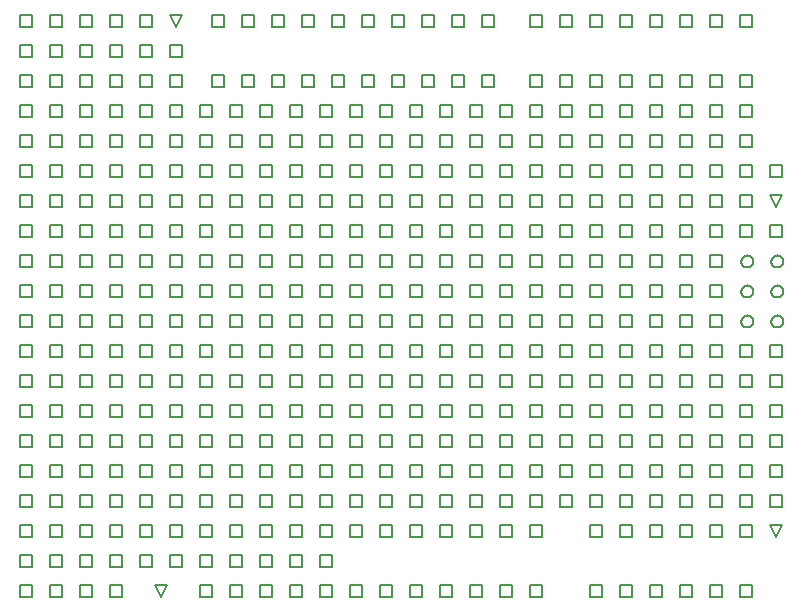
<source format=gbr>
%FSTAX23Y23*%
%MOIN*%
%SFA1B1*%

%IPPOS*%
%ADD18C,0.005000*%
%ADD29C,0.006670*%
%LN451PCB-COM_Arduino_ProtoShield_Board_v1_drawing*%
%LPD*%
G54D18*
X0108Y0018D02*
Y0022D01*
X0112*
Y0018*
X0108*
X0162Y0178D02*
Y0182D01*
X0166*
Y0178*
X0162*
X0152D02*
Y0182D01*
X0156*
Y0178*
X0152*
X0142D02*
Y0182D01*
X0146*
Y0178*
X0142*
X0132D02*
Y0182D01*
X0136*
Y0178*
X0132*
X0122D02*
Y0182D01*
X0126*
Y0178*
X0122*
X0112D02*
Y0182D01*
X0116*
Y0178*
X0112*
X0102D02*
Y0182D01*
X0106*
Y0178*
X0102*
X0092D02*
Y0182D01*
X0096*
Y0178*
X0092*
X0082D02*
Y0182D01*
X0086*
Y0178*
X0082*
X0072D02*
Y0182D01*
X0076*
Y0178*
X0072*
X0162Y0198D02*
Y0202D01*
X0166*
Y0198*
X0162*
X0152D02*
Y0202D01*
X0156*
Y0198*
X0152*
X0142D02*
Y0202D01*
X0146*
Y0198*
X0142*
X0132D02*
Y0202D01*
X0136*
Y0198*
X0132*
X0122D02*
Y0202D01*
X0126*
Y0198*
X0122*
X0112D02*
Y0202D01*
X0116*
Y0198*
X0112*
X0102D02*
Y0202D01*
X0106*
Y0198*
X0102*
X0092D02*
Y0202D01*
X0096*
Y0198*
X0092*
X0082D02*
Y0202D01*
X0086*
Y0198*
X0082*
X0072D02*
Y0202D01*
X0076*
Y0198*
X0072*
X0008Y0008D02*
Y0012D01*
X0012*
Y0008*
X0008*
X0018D02*
Y0012D01*
X0022*
Y0008*
X0018*
X0028D02*
Y0012D01*
X0032*
Y0008*
X0028*
X0038D02*
Y0012D01*
X0042*
Y0008*
X0038*
X0068D02*
Y0012D01*
X0072*
Y0008*
X0068*
X0078D02*
Y0012D01*
X0082*
Y0008*
X0078*
X0088D02*
Y0012D01*
X0092*
Y0008*
X0088*
X0098D02*
Y0012D01*
X0102*
Y0008*
X0098*
X0008Y0198D02*
Y0202D01*
X0012*
Y0198*
X0008*
X0018D02*
Y0202D01*
X0022*
Y0198*
X0018*
X0028D02*
Y0202D01*
X0032*
Y0198*
X0028*
X0038D02*
Y0202D01*
X0042*
Y0198*
X0038*
X0048D02*
Y0202D01*
X0052*
Y0198*
X0048*
X0008Y0188D02*
Y0192D01*
X0012*
Y0188*
X0008*
X0018D02*
Y0192D01*
X0022*
Y0188*
X0018*
X0028D02*
Y0192D01*
X0032*
Y0188*
X0028*
X0038D02*
Y0192D01*
X0042*
Y0188*
X0038*
X0048D02*
Y0192D01*
X0052*
Y0188*
X0048*
X0058D02*
Y0192D01*
X0062*
Y0188*
X0058*
X0008Y0178D02*
Y0182D01*
X0012*
Y0178*
X0008*
X0018D02*
Y0182D01*
X0022*
Y0178*
X0018*
X0028D02*
Y0182D01*
X0032*
Y0178*
X0028*
X0038D02*
Y0182D01*
X0042*
Y0178*
X0038*
X0048D02*
Y0182D01*
X0052*
Y0178*
X0048*
X0058D02*
Y0182D01*
X0062*
Y0178*
X0058*
X0008Y0018D02*
Y0022D01*
X0012*
Y0018*
X0008*
X0018D02*
Y0022D01*
X0022*
Y0018*
X0018*
X0028D02*
Y0022D01*
X0032*
Y0018*
X0028*
X0038D02*
Y0022D01*
X0042*
Y0018*
X0038*
X0048D02*
Y0022D01*
X0052*
Y0018*
X0048*
X0058D02*
Y0022D01*
X0062*
Y0018*
X0058*
X0068D02*
Y0022D01*
X0072*
Y0018*
X0068*
X0078D02*
Y0022D01*
X0082*
Y0018*
X0078*
X0088D02*
Y0022D01*
X0092*
Y0018*
X0088*
X0098D02*
Y0022D01*
X0102*
Y0018*
X0098*
X0008Y0028D02*
Y0032D01*
X0012*
Y0028*
X0008*
X0018D02*
Y0032D01*
X0022*
Y0028*
X0018*
X0028D02*
Y0032D01*
X0032*
Y0028*
X0028*
X0038D02*
Y0032D01*
X0042*
Y0028*
X0038*
X0048D02*
Y0032D01*
X0052*
Y0028*
X0048*
X0058D02*
Y0032D01*
X0062*
Y0028*
X0058*
X0068D02*
Y0032D01*
X0072*
Y0028*
X0068*
X0078D02*
Y0032D01*
X0082*
Y0028*
X0078*
X0088D02*
Y0032D01*
X0092*
Y0028*
X0088*
X0098D02*
Y0032D01*
X0102*
Y0028*
X0098*
X0058Y0168D02*
Y0172D01*
X0062*
Y0168*
X0058*
X0068D02*
Y0172D01*
X0072*
Y0168*
X0068*
X0078D02*
Y0172D01*
X0082*
Y0168*
X0078*
X0088D02*
Y0172D01*
X0092*
Y0168*
X0088*
X0098D02*
Y0172D01*
X0102*
Y0168*
X0098*
X0108D02*
Y0172D01*
X0112*
Y0168*
X0108*
X0118D02*
Y0172D01*
X0122*
Y0168*
X0118*
X0128D02*
Y0172D01*
X0132*
Y0168*
X0128*
X0138D02*
Y0172D01*
X0142*
Y0168*
X0138*
X0148D02*
Y0172D01*
X0152*
Y0168*
X0148*
X0158D02*
Y0172D01*
X0162*
Y0168*
X0158*
X0168D02*
Y0172D01*
X0172*
Y0168*
X0168*
X0178D02*
Y0172D01*
X0182*
Y0168*
X0178*
X0188D02*
Y0172D01*
X0192*
Y0168*
X0188*
X0198D02*
Y0172D01*
X0202*
Y0168*
X0198*
X0208D02*
Y0172D01*
X0212*
Y0168*
X0208*
X0218D02*
Y0172D01*
X0222*
Y0168*
X0218*
X0228D02*
Y0172D01*
X0232*
Y0168*
X0228*
X0238D02*
Y0172D01*
X0242*
Y0168*
X0238*
X0248D02*
Y0172D01*
X0252*
Y0168*
X0248*
X0008D02*
Y0172D01*
X0012*
Y0168*
X0008*
X0018D02*
Y0172D01*
X0022*
Y0168*
X0018*
X0028D02*
Y0172D01*
X0032*
Y0168*
X0028*
X0038D02*
Y0172D01*
X0042*
Y0168*
X0038*
X0048D02*
Y0172D01*
X0052*
Y0168*
X0048*
X0228Y0178D02*
Y0182D01*
X0232*
Y0178*
X0228*
X0238D02*
Y0182D01*
X0242*
Y0178*
X0238*
X0178D02*
Y0182D01*
X0182*
Y0178*
X0178*
X0248D02*
Y0182D01*
X0252*
Y0178*
X0248*
X0208D02*
Y0182D01*
X0212*
Y0178*
X0208*
X0198D02*
Y0182D01*
X0202*
Y0178*
X0198*
X0188D02*
Y0182D01*
X0192*
Y0178*
X0188*
X0218D02*
Y0182D01*
X0222*
Y0178*
X0218*
X0228Y0198D02*
Y0202D01*
X0232*
Y0198*
X0228*
X0238D02*
Y0202D01*
X0242*
Y0198*
X0238*
X0178D02*
Y0202D01*
X0182*
Y0198*
X0178*
X0248D02*
Y0202D01*
X0252*
Y0198*
X0248*
X0208D02*
Y0202D01*
X0212*
Y0198*
X0208*
X0198D02*
Y0202D01*
X0202*
Y0198*
X0198*
X0188D02*
Y0202D01*
X0192*
Y0198*
X0188*
X0218D02*
Y0202D01*
X0222*
Y0198*
X0218*
X0148Y0028D02*
Y0032D01*
X0152*
Y0028*
X0148*
X0118D02*
Y0032D01*
X0122*
Y0028*
X0118*
X0128D02*
Y0032D01*
X0132*
Y0028*
X0128*
X0138D02*
Y0032D01*
X0142*
Y0028*
X0138*
X0178D02*
Y0032D01*
X0182*
Y0028*
X0178*
X0108D02*
Y0032D01*
X0112*
Y0028*
X0108*
X0168D02*
Y0032D01*
X0172*
Y0028*
X0168*
X0158D02*
Y0032D01*
X0162*
Y0028*
X0158*
X0148Y0008D02*
Y0012D01*
X0152*
Y0008*
X0148*
X0118D02*
Y0012D01*
X0122*
Y0008*
X0118*
X0128D02*
Y0012D01*
X0132*
Y0008*
X0128*
X0138D02*
Y0012D01*
X0142*
Y0008*
X0138*
X0178D02*
Y0012D01*
X0182*
Y0008*
X0178*
X0108D02*
Y0012D01*
X0112*
Y0008*
X0108*
X0168D02*
Y0012D01*
X0172*
Y0008*
X0168*
X0158D02*
Y0012D01*
X0162*
Y0008*
X0158*
X0008Y0158D02*
Y0162D01*
X0012*
Y0158*
X0008*
X0018D02*
Y0162D01*
X0022*
Y0158*
X0018*
X0028D02*
Y0162D01*
X0032*
Y0158*
X0028*
X0038D02*
Y0162D01*
X0042*
Y0158*
X0038*
X0048D02*
Y0162D01*
X0052*
Y0158*
X0048*
X0158D02*
Y0162D01*
X0162*
Y0158*
X0158*
X0168D02*
Y0162D01*
X0172*
Y0158*
X0168*
X0178D02*
Y0162D01*
X0182*
Y0158*
X0178*
X0188D02*
Y0162D01*
X0192*
Y0158*
X0188*
X0198D02*
Y0162D01*
X0202*
Y0158*
X0198*
X0208D02*
Y0162D01*
X0212*
Y0158*
X0208*
X0218D02*
Y0162D01*
X0222*
Y0158*
X0218*
X0228D02*
Y0162D01*
X0232*
Y0158*
X0228*
X0238D02*
Y0162D01*
X0242*
Y0158*
X0238*
X0248D02*
Y0162D01*
X0252*
Y0158*
X0248*
X0058D02*
Y0162D01*
X0062*
Y0158*
X0058*
X0068D02*
Y0162D01*
X0072*
Y0158*
X0068*
X0078D02*
Y0162D01*
X0082*
Y0158*
X0078*
X0088D02*
Y0162D01*
X0092*
Y0158*
X0088*
X0098D02*
Y0162D01*
X0102*
Y0158*
X0098*
X0108D02*
Y0162D01*
X0112*
Y0158*
X0108*
X0118D02*
Y0162D01*
X0122*
Y0158*
X0118*
X0128D02*
Y0162D01*
X0132*
Y0158*
X0128*
X0138D02*
Y0162D01*
X0142*
Y0158*
X0138*
X0148D02*
Y0162D01*
X0152*
Y0158*
X0148*
X0008Y0148D02*
Y0152D01*
X0012*
Y0148*
X0008*
X0018D02*
Y0152D01*
X0022*
Y0148*
X0018*
X0028D02*
Y0152D01*
X0032*
Y0148*
X0028*
X0038D02*
Y0152D01*
X0042*
Y0148*
X0038*
X0048D02*
Y0152D01*
X0052*
Y0148*
X0048*
X0058D02*
Y0152D01*
X0062*
Y0148*
X0058*
X0168D02*
Y0152D01*
X0172*
Y0148*
X0168*
X0178D02*
Y0152D01*
X0182*
Y0148*
X0178*
X0188D02*
Y0152D01*
X0192*
Y0148*
X0188*
X0198D02*
Y0152D01*
X0202*
Y0148*
X0198*
X0208D02*
Y0152D01*
X0212*
Y0148*
X0208*
X0218D02*
Y0152D01*
X0222*
Y0148*
X0218*
X0228D02*
Y0152D01*
X0232*
Y0148*
X0228*
X0238D02*
Y0152D01*
X0242*
Y0148*
X0238*
X0248D02*
Y0152D01*
X0252*
Y0148*
X0248*
X0258D02*
Y0152D01*
X0262*
Y0148*
X0258*
X0068D02*
Y0152D01*
X0072*
Y0148*
X0068*
X0078D02*
Y0152D01*
X0082*
Y0148*
X0078*
X0088D02*
Y0152D01*
X0092*
Y0148*
X0088*
X0098D02*
Y0152D01*
X0102*
Y0148*
X0098*
X0108D02*
Y0152D01*
X0112*
Y0148*
X0108*
X0118D02*
Y0152D01*
X0122*
Y0148*
X0118*
X0128D02*
Y0152D01*
X0132*
Y0148*
X0128*
X0138D02*
Y0152D01*
X0142*
Y0148*
X0138*
X0148D02*
Y0152D01*
X0152*
Y0148*
X0148*
X0158D02*
Y0152D01*
X0162*
Y0148*
X0158*
X0008Y0138D02*
Y0142D01*
X0012*
Y0138*
X0008*
X0018D02*
Y0142D01*
X0022*
Y0138*
X0018*
X0028D02*
Y0142D01*
X0032*
Y0138*
X0028*
X0038D02*
Y0142D01*
X0042*
Y0138*
X0038*
X0048D02*
Y0142D01*
X0052*
Y0138*
X0048*
X0158D02*
Y0142D01*
X0162*
Y0138*
X0158*
X0168D02*
Y0142D01*
X0172*
Y0138*
X0168*
X0178D02*
Y0142D01*
X0182*
Y0138*
X0178*
X0188D02*
Y0142D01*
X0192*
Y0138*
X0188*
X0198D02*
Y0142D01*
X0202*
Y0138*
X0198*
X0208D02*
Y0142D01*
X0212*
Y0138*
X0208*
X0218D02*
Y0142D01*
X0222*
Y0138*
X0218*
X0228D02*
Y0142D01*
X0232*
Y0138*
X0228*
X0238D02*
Y0142D01*
X0242*
Y0138*
X0238*
X0248D02*
Y0142D01*
X0252*
Y0138*
X0248*
X0058D02*
Y0142D01*
X0062*
Y0138*
X0058*
X0068D02*
Y0142D01*
X0072*
Y0138*
X0068*
X0078D02*
Y0142D01*
X0082*
Y0138*
X0078*
X0088D02*
Y0142D01*
X0092*
Y0138*
X0088*
X0098D02*
Y0142D01*
X0102*
Y0138*
X0098*
X0108D02*
Y0142D01*
X0112*
Y0138*
X0108*
X0118D02*
Y0142D01*
X0122*
Y0138*
X0118*
X0128D02*
Y0142D01*
X0132*
Y0138*
X0128*
X0138D02*
Y0142D01*
X0142*
Y0138*
X0138*
X0148D02*
Y0142D01*
X0152*
Y0138*
X0148*
X0008Y0128D02*
Y0132D01*
X0012*
Y0128*
X0008*
X0018D02*
Y0132D01*
X0022*
Y0128*
X0018*
X0028D02*
Y0132D01*
X0032*
Y0128*
X0028*
X0038D02*
Y0132D01*
X0042*
Y0128*
X0038*
X0048D02*
Y0132D01*
X0052*
Y0128*
X0048*
X0058D02*
Y0132D01*
X0062*
Y0128*
X0058*
X0168D02*
Y0132D01*
X0172*
Y0128*
X0168*
X0178D02*
Y0132D01*
X0182*
Y0128*
X0178*
X0188D02*
Y0132D01*
X0192*
Y0128*
X0188*
X0198D02*
Y0132D01*
X0202*
Y0128*
X0198*
X0208D02*
Y0132D01*
X0212*
Y0128*
X0208*
X0218D02*
Y0132D01*
X0222*
Y0128*
X0218*
X0228D02*
Y0132D01*
X0232*
Y0128*
X0228*
X0238D02*
Y0132D01*
X0242*
Y0128*
X0238*
X0248D02*
Y0132D01*
X0252*
Y0128*
X0248*
X0258D02*
Y0132D01*
X0262*
Y0128*
X0258*
X0068D02*
Y0132D01*
X0072*
Y0128*
X0068*
X0078D02*
Y0132D01*
X0082*
Y0128*
X0078*
X0088D02*
Y0132D01*
X0092*
Y0128*
X0088*
X0098D02*
Y0132D01*
X0102*
Y0128*
X0098*
X0108D02*
Y0132D01*
X0112*
Y0128*
X0108*
X0118D02*
Y0132D01*
X0122*
Y0128*
X0118*
X0128D02*
Y0132D01*
X0132*
Y0128*
X0128*
X0138D02*
Y0132D01*
X0142*
Y0128*
X0138*
X0148D02*
Y0132D01*
X0152*
Y0128*
X0148*
X0158D02*
Y0132D01*
X0162*
Y0128*
X0158*
X0008Y0118D02*
Y0122D01*
X0012*
Y0118*
X0008*
X0018D02*
Y0122D01*
X0022*
Y0118*
X0018*
X0028D02*
Y0122D01*
X0032*
Y0118*
X0028*
X0038D02*
Y0122D01*
X0042*
Y0118*
X0038*
X0148D02*
Y0122D01*
X0152*
Y0118*
X0148*
X0158D02*
Y0122D01*
X0162*
Y0118*
X0158*
X0168D02*
Y0122D01*
X0172*
Y0118*
X0168*
X0178D02*
Y0122D01*
X0182*
Y0118*
X0178*
X0188D02*
Y0122D01*
X0192*
Y0118*
X0188*
X0198D02*
Y0122D01*
X0202*
Y0118*
X0198*
X0208D02*
Y0122D01*
X0212*
Y0118*
X0208*
X0218D02*
Y0122D01*
X0222*
Y0118*
X0218*
X0228D02*
Y0122D01*
X0232*
Y0118*
X0228*
X0238D02*
Y0122D01*
X0242*
Y0118*
X0238*
X0048D02*
Y0122D01*
X0052*
Y0118*
X0048*
X0058D02*
Y0122D01*
X0062*
Y0118*
X0058*
X0068D02*
Y0122D01*
X0072*
Y0118*
X0068*
X0078D02*
Y0122D01*
X0082*
Y0118*
X0078*
X0088D02*
Y0122D01*
X0092*
Y0118*
X0088*
X0098D02*
Y0122D01*
X0102*
Y0118*
X0098*
X0108D02*
Y0122D01*
X0112*
Y0118*
X0108*
X0118D02*
Y0122D01*
X0122*
Y0118*
X0118*
X0128D02*
Y0122D01*
X0132*
Y0118*
X0128*
X0138D02*
Y0122D01*
X0142*
Y0118*
X0138*
X0008Y0108D02*
Y0112D01*
X0012*
Y0108*
X0008*
X0018D02*
Y0112D01*
X0022*
Y0108*
X0018*
X0028D02*
Y0112D01*
X0032*
Y0108*
X0028*
X0038D02*
Y0112D01*
X0042*
Y0108*
X0038*
X0148D02*
Y0112D01*
X0152*
Y0108*
X0148*
X0158D02*
Y0112D01*
X0162*
Y0108*
X0158*
X0168D02*
Y0112D01*
X0172*
Y0108*
X0168*
X0178D02*
Y0112D01*
X0182*
Y0108*
X0178*
X0188D02*
Y0112D01*
X0192*
Y0108*
X0188*
X0198D02*
Y0112D01*
X0202*
Y0108*
X0198*
X0208D02*
Y0112D01*
X0212*
Y0108*
X0208*
X0218D02*
Y0112D01*
X0222*
Y0108*
X0218*
X0228D02*
Y0112D01*
X0232*
Y0108*
X0228*
X0238D02*
Y0112D01*
X0242*
Y0108*
X0238*
X0048D02*
Y0112D01*
X0052*
Y0108*
X0048*
X0058D02*
Y0112D01*
X0062*
Y0108*
X0058*
X0068D02*
Y0112D01*
X0072*
Y0108*
X0068*
X0078D02*
Y0112D01*
X0082*
Y0108*
X0078*
X0088D02*
Y0112D01*
X0092*
Y0108*
X0088*
X0098D02*
Y0112D01*
X0102*
Y0108*
X0098*
X0108D02*
Y0112D01*
X0112*
Y0108*
X0108*
X0118D02*
Y0112D01*
X0122*
Y0108*
X0118*
X0128D02*
Y0112D01*
X0132*
Y0108*
X0128*
X0138D02*
Y0112D01*
X0142*
Y0108*
X0138*
X0008Y0098D02*
Y0102D01*
X0012*
Y0098*
X0008*
X0018D02*
Y0102D01*
X0022*
Y0098*
X0018*
X0028D02*
Y0102D01*
X0032*
Y0098*
X0028*
X0038D02*
Y0102D01*
X0042*
Y0098*
X0038*
X0148D02*
Y0102D01*
X0152*
Y0098*
X0148*
X0158D02*
Y0102D01*
X0162*
Y0098*
X0158*
X0168D02*
Y0102D01*
X0172*
Y0098*
X0168*
X0178D02*
Y0102D01*
X0182*
Y0098*
X0178*
X0188D02*
Y0102D01*
X0192*
Y0098*
X0188*
X0198D02*
Y0102D01*
X0202*
Y0098*
X0198*
X0208D02*
Y0102D01*
X0212*
Y0098*
X0208*
X0218D02*
Y0102D01*
X0222*
Y0098*
X0218*
X0228D02*
Y0102D01*
X0232*
Y0098*
X0228*
X0238D02*
Y0102D01*
X0242*
Y0098*
X0238*
X0048D02*
Y0102D01*
X0052*
Y0098*
X0048*
X0058D02*
Y0102D01*
X0062*
Y0098*
X0058*
X0068D02*
Y0102D01*
X0072*
Y0098*
X0068*
X0078D02*
Y0102D01*
X0082*
Y0098*
X0078*
X0088D02*
Y0102D01*
X0092*
Y0098*
X0088*
X0098D02*
Y0102D01*
X0102*
Y0098*
X0098*
X0108D02*
Y0102D01*
X0112*
Y0098*
X0108*
X0118D02*
Y0102D01*
X0122*
Y0098*
X0118*
X0128D02*
Y0102D01*
X0132*
Y0098*
X0128*
X0138D02*
Y0102D01*
X0142*
Y0098*
X0138*
X0008Y0088D02*
Y0092D01*
X0012*
Y0088*
X0008*
X0018D02*
Y0092D01*
X0022*
Y0088*
X0018*
X0028D02*
Y0092D01*
X0032*
Y0088*
X0028*
X0038D02*
Y0092D01*
X0042*
Y0088*
X0038*
X0048D02*
Y0092D01*
X0052*
Y0088*
X0048*
X0058D02*
Y0092D01*
X0062*
Y0088*
X0058*
X0168D02*
Y0092D01*
X0172*
Y0088*
X0168*
X0178D02*
Y0092D01*
X0182*
Y0088*
X0178*
X0188D02*
Y0092D01*
X0192*
Y0088*
X0188*
X0198D02*
Y0092D01*
X0202*
Y0088*
X0198*
X0208D02*
Y0092D01*
X0212*
Y0088*
X0208*
X0218D02*
Y0092D01*
X0222*
Y0088*
X0218*
X0228D02*
Y0092D01*
X0232*
Y0088*
X0228*
X0238D02*
Y0092D01*
X0242*
Y0088*
X0238*
X0248D02*
Y0092D01*
X0252*
Y0088*
X0248*
X0258D02*
Y0092D01*
X0262*
Y0088*
X0258*
X0068D02*
Y0092D01*
X0072*
Y0088*
X0068*
X0078D02*
Y0092D01*
X0082*
Y0088*
X0078*
X0088D02*
Y0092D01*
X0092*
Y0088*
X0088*
X0098D02*
Y0092D01*
X0102*
Y0088*
X0098*
X0108D02*
Y0092D01*
X0112*
Y0088*
X0108*
X0118D02*
Y0092D01*
X0122*
Y0088*
X0118*
X0128D02*
Y0092D01*
X0132*
Y0088*
X0128*
X0138D02*
Y0092D01*
X0142*
Y0088*
X0138*
X0148D02*
Y0092D01*
X0152*
Y0088*
X0148*
X0158D02*
Y0092D01*
X0162*
Y0088*
X0158*
X0008Y0078D02*
Y0082D01*
X0012*
Y0078*
X0008*
X0018D02*
Y0082D01*
X0022*
Y0078*
X0018*
X0028D02*
Y0082D01*
X0032*
Y0078*
X0028*
X0038D02*
Y0082D01*
X0042*
Y0078*
X0038*
X0048D02*
Y0082D01*
X0052*
Y0078*
X0048*
X0058D02*
Y0082D01*
X0062*
Y0078*
X0058*
X0168D02*
Y0082D01*
X0172*
Y0078*
X0168*
X0178D02*
Y0082D01*
X0182*
Y0078*
X0178*
X0188D02*
Y0082D01*
X0192*
Y0078*
X0188*
X0198D02*
Y0082D01*
X0202*
Y0078*
X0198*
X0208D02*
Y0082D01*
X0212*
Y0078*
X0208*
X0218D02*
Y0082D01*
X0222*
Y0078*
X0218*
X0228D02*
Y0082D01*
X0232*
Y0078*
X0228*
X0238D02*
Y0082D01*
X0242*
Y0078*
X0238*
X0248D02*
Y0082D01*
X0252*
Y0078*
X0248*
X0258D02*
Y0082D01*
X0262*
Y0078*
X0258*
X0068D02*
Y0082D01*
X0072*
Y0078*
X0068*
X0078D02*
Y0082D01*
X0082*
Y0078*
X0078*
X0088D02*
Y0082D01*
X0092*
Y0078*
X0088*
X0098D02*
Y0082D01*
X0102*
Y0078*
X0098*
X0108D02*
Y0082D01*
X0112*
Y0078*
X0108*
X0118D02*
Y0082D01*
X0122*
Y0078*
X0118*
X0128D02*
Y0082D01*
X0132*
Y0078*
X0128*
X0138D02*
Y0082D01*
X0142*
Y0078*
X0138*
X0148D02*
Y0082D01*
X0152*
Y0078*
X0148*
X0158D02*
Y0082D01*
X0162*
Y0078*
X0158*
X0008Y0068D02*
Y0072D01*
X0012*
Y0068*
X0008*
X0018D02*
Y0072D01*
X0022*
Y0068*
X0018*
X0028D02*
Y0072D01*
X0032*
Y0068*
X0028*
X0038D02*
Y0072D01*
X0042*
Y0068*
X0038*
X0048D02*
Y0072D01*
X0052*
Y0068*
X0048*
X0058D02*
Y0072D01*
X0062*
Y0068*
X0058*
X0168D02*
Y0072D01*
X0172*
Y0068*
X0168*
X0178D02*
Y0072D01*
X0182*
Y0068*
X0178*
X0188D02*
Y0072D01*
X0192*
Y0068*
X0188*
X0198D02*
Y0072D01*
X0202*
Y0068*
X0198*
X0208D02*
Y0072D01*
X0212*
Y0068*
X0208*
X0218D02*
Y0072D01*
X0222*
Y0068*
X0218*
X0228D02*
Y0072D01*
X0232*
Y0068*
X0228*
X0238D02*
Y0072D01*
X0242*
Y0068*
X0238*
X0248D02*
Y0072D01*
X0252*
Y0068*
X0248*
X0258D02*
Y0072D01*
X0262*
Y0068*
X0258*
X0068D02*
Y0072D01*
X0072*
Y0068*
X0068*
X0078D02*
Y0072D01*
X0082*
Y0068*
X0078*
X0088D02*
Y0072D01*
X0092*
Y0068*
X0088*
X0098D02*
Y0072D01*
X0102*
Y0068*
X0098*
X0108D02*
Y0072D01*
X0112*
Y0068*
X0108*
X0118D02*
Y0072D01*
X0122*
Y0068*
X0118*
X0128D02*
Y0072D01*
X0132*
Y0068*
X0128*
X0138D02*
Y0072D01*
X0142*
Y0068*
X0138*
X0148D02*
Y0072D01*
X0152*
Y0068*
X0148*
X0158D02*
Y0072D01*
X0162*
Y0068*
X0158*
X0008Y0058D02*
Y0062D01*
X0012*
Y0058*
X0008*
X0018D02*
Y0062D01*
X0022*
Y0058*
X0018*
X0028D02*
Y0062D01*
X0032*
Y0058*
X0028*
X0038D02*
Y0062D01*
X0042*
Y0058*
X0038*
X0048D02*
Y0062D01*
X0052*
Y0058*
X0048*
X0058D02*
Y0062D01*
X0062*
Y0058*
X0058*
X0168D02*
Y0062D01*
X0172*
Y0058*
X0168*
X0178D02*
Y0062D01*
X0182*
Y0058*
X0178*
X0188D02*
Y0062D01*
X0192*
Y0058*
X0188*
X0198D02*
Y0062D01*
X0202*
Y0058*
X0198*
X0208D02*
Y0062D01*
X0212*
Y0058*
X0208*
X0218D02*
Y0062D01*
X0222*
Y0058*
X0218*
X0228D02*
Y0062D01*
X0232*
Y0058*
X0228*
X0238D02*
Y0062D01*
X0242*
Y0058*
X0238*
X0248D02*
Y0062D01*
X0252*
Y0058*
X0248*
X0258D02*
Y0062D01*
X0262*
Y0058*
X0258*
X0068D02*
Y0062D01*
X0072*
Y0058*
X0068*
X0078D02*
Y0062D01*
X0082*
Y0058*
X0078*
X0088D02*
Y0062D01*
X0092*
Y0058*
X0088*
X0098D02*
Y0062D01*
X0102*
Y0058*
X0098*
X0108D02*
Y0062D01*
X0112*
Y0058*
X0108*
X0118D02*
Y0062D01*
X0122*
Y0058*
X0118*
X0128D02*
Y0062D01*
X0132*
Y0058*
X0128*
X0138D02*
Y0062D01*
X0142*
Y0058*
X0138*
X0148D02*
Y0062D01*
X0152*
Y0058*
X0148*
X0158D02*
Y0062D01*
X0162*
Y0058*
X0158*
X0008Y0048D02*
Y0052D01*
X0012*
Y0048*
X0008*
X0018D02*
Y0052D01*
X0022*
Y0048*
X0018*
X0028D02*
Y0052D01*
X0032*
Y0048*
X0028*
X0038D02*
Y0052D01*
X0042*
Y0048*
X0038*
X0048D02*
Y0052D01*
X0052*
Y0048*
X0048*
X0058D02*
Y0052D01*
X0062*
Y0048*
X0058*
X0168D02*
Y0052D01*
X0172*
Y0048*
X0168*
X0178D02*
Y0052D01*
X0182*
Y0048*
X0178*
X0188D02*
Y0052D01*
X0192*
Y0048*
X0188*
X0198D02*
Y0052D01*
X0202*
Y0048*
X0198*
X0208D02*
Y0052D01*
X0212*
Y0048*
X0208*
X0218D02*
Y0052D01*
X0222*
Y0048*
X0218*
X0228D02*
Y0052D01*
X0232*
Y0048*
X0228*
X0238D02*
Y0052D01*
X0242*
Y0048*
X0238*
X0248D02*
Y0052D01*
X0252*
Y0048*
X0248*
X0258D02*
Y0052D01*
X0262*
Y0048*
X0258*
X0068D02*
Y0052D01*
X0072*
Y0048*
X0068*
X0078D02*
Y0052D01*
X0082*
Y0048*
X0078*
X0088D02*
Y0052D01*
X0092*
Y0048*
X0088*
X0098D02*
Y0052D01*
X0102*
Y0048*
X0098*
X0108D02*
Y0052D01*
X0112*
Y0048*
X0108*
X0118D02*
Y0052D01*
X0122*
Y0048*
X0118*
X0128D02*
Y0052D01*
X0132*
Y0048*
X0128*
X0138D02*
Y0052D01*
X0142*
Y0048*
X0138*
X0148D02*
Y0052D01*
X0152*
Y0048*
X0148*
X0158D02*
Y0052D01*
X0162*
Y0048*
X0158*
X0068Y0038D02*
Y0042D01*
X0072*
Y0038*
X0068*
X0078D02*
Y0042D01*
X0082*
Y0038*
X0078*
X0088D02*
Y0042D01*
X0092*
Y0038*
X0088*
X0098D02*
Y0042D01*
X0102*
Y0038*
X0098*
X0108D02*
Y0042D01*
X0112*
Y0038*
X0108*
X0118D02*
Y0042D01*
X0122*
Y0038*
X0118*
X0128D02*
Y0042D01*
X0132*
Y0038*
X0128*
X0138D02*
Y0042D01*
X0142*
Y0038*
X0138*
X0148D02*
Y0042D01*
X0152*
Y0038*
X0148*
X0158D02*
Y0042D01*
X0162*
Y0038*
X0158*
X0168D02*
Y0042D01*
X0172*
Y0038*
X0168*
X0178D02*
Y0042D01*
X0182*
Y0038*
X0178*
X0188D02*
Y0042D01*
X0192*
Y0038*
X0188*
X0198D02*
Y0042D01*
X0202*
Y0038*
X0198*
X0208D02*
Y0042D01*
X0212*
Y0038*
X0208*
X0218D02*
Y0042D01*
X0222*
Y0038*
X0218*
X0228D02*
Y0042D01*
X0232*
Y0038*
X0228*
X0238D02*
Y0042D01*
X0242*
Y0038*
X0238*
X0248D02*
Y0042D01*
X0252*
Y0038*
X0248*
X0258D02*
Y0042D01*
X0262*
Y0038*
X0258*
X0248Y0028D02*
Y0032D01*
X0252*
Y0028*
X0248*
X0238D02*
Y0032D01*
X0242*
Y0028*
X0238*
X0228D02*
Y0032D01*
X0232*
Y0028*
X0228*
X0218D02*
Y0032D01*
X0222*
Y0028*
X0218*
X0208D02*
Y0032D01*
X0212*
Y0028*
X0208*
X0198D02*
Y0032D01*
X0202*
Y0028*
X0198*
X0248Y0008D02*
Y0012D01*
X0252*
Y0008*
X0248*
X0238D02*
Y0012D01*
X0242*
Y0008*
X0238*
X0228D02*
Y0012D01*
X0232*
Y0008*
X0228*
X0218D02*
Y0012D01*
X0222*
Y0008*
X0218*
X0208D02*
Y0012D01*
X0212*
Y0008*
X0208*
X0198D02*
Y0012D01*
X0202*
Y0008*
X0198*
X0008Y0038D02*
Y0042D01*
X0012*
Y0038*
X0008*
X0018D02*
Y0042D01*
X0022*
Y0038*
X0018*
X0028D02*
Y0042D01*
X0032*
Y0038*
X0028*
X0038D02*
Y0042D01*
X0042*
Y0038*
X0038*
X0048D02*
Y0042D01*
X0052*
Y0038*
X0048*
X0058D02*
Y0042D01*
X0062*
Y0038*
X0058*
X026Y0028D02*
X0258Y0032D01*
X0262*
X026Y0028*
Y0138D02*
X0258Y0142D01*
X0262*
X026Y0138*
X0055Y0008D02*
X0053Y0012D01*
X0057*
X0055Y0008*
X006Y0198D02*
X0058Y0202D01*
X0062*
X006Y0198*
G54D29*
X02625Y00998D02*
D01*
X02625Y00999*
X02625Y01*
X02625Y01002*
X02624Y01003*
X02624Y01004*
X02623Y01006*
X02623Y01007*
X02622Y01008*
X02621Y01009*
X0262Y0101*
X02619Y01011*
X02618Y01012*
X02617Y01013*
X02616Y01014*
X02615Y01015*
X02614Y01016*
X02613Y01016*
X02611Y01017*
X0261Y01017*
X02608Y01017*
X02607Y01017*
X02606Y01018*
X02604*
X02603Y01017*
X02602Y01017*
X026Y01017*
X02599Y01017*
X02598Y01016*
X02596Y01016*
X02595Y01015*
X02594Y01014*
X02593Y01013*
X02592Y01012*
X02591Y01011*
X0259Y0101*
X02589Y01009*
X02588Y01008*
X02587Y01007*
X02587Y01006*
X02586Y01004*
X02586Y01003*
X02585Y01002*
X02585Y01*
X02585Y00999*
X02585Y00998*
X02585Y00996*
X02585Y00995*
X02585Y00993*
X02586Y00992*
X02586Y00991*
X02587Y00989*
X02587Y00988*
X02588Y00987*
X02589Y00986*
X0259Y00985*
X02591Y00984*
X02592Y00983*
X02593Y00982*
X02594Y00981*
X02595Y0098*
X02596Y0098*
X02598Y00979*
X02599Y00979*
X026Y00978*
X02602Y00978*
X02603Y00978*
X02604Y00978*
X02606*
X02607Y00978*
X02608Y00978*
X0261Y00978*
X02611Y00979*
X02613Y00979*
X02614Y0098*
X02615Y0098*
X02616Y00981*
X02617Y00982*
X02618Y00983*
X02619Y00984*
X0262Y00985*
X02621Y00986*
X02622Y00987*
X02623Y00988*
X02623Y00989*
X02624Y00991*
X02624Y00992*
X02625Y00993*
X02625Y00995*
X02625Y00996*
X02625Y00998*
X02525D02*
D01*
X02525Y00999*
X02525Y01*
X02525Y01002*
X02524Y01003*
X02524Y01004*
X02523Y01006*
X02523Y01007*
X02522Y01008*
X02521Y01009*
X0252Y0101*
X02519Y01011*
X02518Y01012*
X02517Y01013*
X02516Y01014*
X02515Y01015*
X02514Y01016*
X02513Y01016*
X02511Y01017*
X0251Y01017*
X02508Y01017*
X02507Y01017*
X02506Y01018*
X02504*
X02503Y01017*
X02502Y01017*
X025Y01017*
X02499Y01017*
X02498Y01016*
X02496Y01016*
X02495Y01015*
X02494Y01014*
X02493Y01013*
X02492Y01012*
X02491Y01011*
X0249Y0101*
X02489Y01009*
X02488Y01008*
X02487Y01007*
X02487Y01006*
X02486Y01004*
X02486Y01003*
X02485Y01002*
X02485Y01*
X02485Y00999*
X02485Y00998*
X02485Y00996*
X02485Y00995*
X02485Y00993*
X02486Y00992*
X02486Y00991*
X02487Y00989*
X02487Y00988*
X02488Y00987*
X02489Y00986*
X0249Y00985*
X02491Y00984*
X02492Y00983*
X02493Y00982*
X02494Y00981*
X02495Y0098*
X02496Y0098*
X02498Y00979*
X02499Y00979*
X025Y00978*
X02502Y00978*
X02503Y00978*
X02504Y00978*
X02506*
X02507Y00978*
X02508Y00978*
X0251Y00978*
X02511Y00979*
X02513Y00979*
X02514Y0098*
X02515Y0098*
X02516Y00981*
X02517Y00982*
X02518Y00983*
X02519Y00984*
X0252Y00985*
X02521Y00986*
X02522Y00987*
X02523Y00988*
X02523Y00989*
X02524Y00991*
X02524Y00992*
X02525Y00993*
X02525Y00995*
X02525Y00996*
X02525Y00998*
X02625Y01098D02*
D01*
X02625Y01099*
X02625Y011*
X02625Y01102*
X02624Y01103*
X02624Y01104*
X02623Y01106*
X02623Y01107*
X02622Y01108*
X02621Y01109*
X0262Y0111*
X02619Y01111*
X02618Y01112*
X02617Y01113*
X02616Y01114*
X02615Y01115*
X02614Y01116*
X02613Y01116*
X02611Y01117*
X0261Y01117*
X02608Y01117*
X02607Y01117*
X02606Y01118*
X02604*
X02603Y01117*
X02602Y01117*
X026Y01117*
X02599Y01117*
X02598Y01116*
X02596Y01116*
X02595Y01115*
X02594Y01114*
X02593Y01113*
X02592Y01112*
X02591Y01111*
X0259Y0111*
X02589Y01109*
X02588Y01108*
X02587Y01107*
X02587Y01106*
X02586Y01104*
X02586Y01103*
X02585Y01102*
X02585Y011*
X02585Y01099*
X02585Y01098*
X02585Y01096*
X02585Y01095*
X02585Y01093*
X02586Y01092*
X02586Y01091*
X02587Y01089*
X02587Y01088*
X02588Y01087*
X02589Y01086*
X0259Y01085*
X02591Y01084*
X02592Y01083*
X02593Y01082*
X02594Y01081*
X02595Y0108*
X02596Y0108*
X02598Y01079*
X02599Y01079*
X026Y01078*
X02602Y01078*
X02603Y01078*
X02604Y01078*
X02606*
X02607Y01078*
X02608Y01078*
X0261Y01078*
X02611Y01079*
X02613Y01079*
X02614Y0108*
X02615Y0108*
X02616Y01081*
X02617Y01082*
X02618Y01083*
X02619Y01084*
X0262Y01085*
X02621Y01086*
X02622Y01087*
X02623Y01088*
X02623Y01089*
X02624Y01091*
X02624Y01092*
X02625Y01093*
X02625Y01095*
X02625Y01096*
X02625Y01098*
X02525D02*
D01*
X02525Y01099*
X02525Y011*
X02525Y01102*
X02524Y01103*
X02524Y01104*
X02523Y01106*
X02523Y01107*
X02522Y01108*
X02521Y01109*
X0252Y0111*
X02519Y01111*
X02518Y01112*
X02517Y01113*
X02516Y01114*
X02515Y01115*
X02514Y01116*
X02513Y01116*
X02511Y01117*
X0251Y01117*
X02508Y01117*
X02507Y01117*
X02506Y01118*
X02504*
X02503Y01117*
X02502Y01117*
X025Y01117*
X02499Y01117*
X02498Y01116*
X02496Y01116*
X02495Y01115*
X02494Y01114*
X02493Y01113*
X02492Y01112*
X02491Y01111*
X0249Y0111*
X02489Y01109*
X02488Y01108*
X02487Y01107*
X02487Y01106*
X02486Y01104*
X02486Y01103*
X02485Y01102*
X02485Y011*
X02485Y01099*
X02485Y01098*
X02485Y01096*
X02485Y01095*
X02485Y01093*
X02486Y01092*
X02486Y01091*
X02487Y01089*
X02487Y01088*
X02488Y01087*
X02489Y01086*
X0249Y01085*
X02491Y01084*
X02492Y01083*
X02493Y01082*
X02494Y01081*
X02495Y0108*
X02496Y0108*
X02498Y01079*
X02499Y01079*
X025Y01078*
X02502Y01078*
X02503Y01078*
X02504Y01078*
X02506*
X02507Y01078*
X02508Y01078*
X0251Y01078*
X02511Y01079*
X02513Y01079*
X02514Y0108*
X02515Y0108*
X02516Y01081*
X02517Y01082*
X02518Y01083*
X02519Y01084*
X0252Y01085*
X02521Y01086*
X02522Y01087*
X02523Y01088*
X02523Y01089*
X02524Y01091*
X02524Y01092*
X02525Y01093*
X02525Y01095*
X02525Y01096*
X02525Y01098*
X02625Y01198D02*
D01*
X02625Y01199*
X02625Y012*
X02625Y01202*
X02624Y01203*
X02624Y01204*
X02623Y01206*
X02623Y01207*
X02622Y01208*
X02621Y01209*
X0262Y0121*
X02619Y01211*
X02618Y01212*
X02617Y01213*
X02616Y01214*
X02615Y01215*
X02614Y01216*
X02613Y01216*
X02611Y01217*
X0261Y01217*
X02608Y01217*
X02607Y01217*
X02606Y01218*
X02604*
X02603Y01217*
X02602Y01217*
X026Y01217*
X02599Y01217*
X02598Y01216*
X02596Y01216*
X02595Y01215*
X02594Y01214*
X02593Y01213*
X02592Y01212*
X02591Y01211*
X0259Y0121*
X02589Y01209*
X02588Y01208*
X02587Y01207*
X02587Y01206*
X02586Y01204*
X02586Y01203*
X02585Y01202*
X02585Y012*
X02585Y01199*
X02585Y01198*
X02585Y01196*
X02585Y01195*
X02585Y01193*
X02586Y01192*
X02586Y01191*
X02587Y01189*
X02587Y01188*
X02588Y01187*
X02589Y01186*
X0259Y01185*
X02591Y01184*
X02592Y01183*
X02593Y01182*
X02594Y01181*
X02595Y0118*
X02596Y0118*
X02598Y01179*
X02599Y01179*
X026Y01178*
X02602Y01178*
X02603Y01178*
X02604Y01178*
X02606*
X02607Y01178*
X02608Y01178*
X0261Y01178*
X02611Y01179*
X02613Y01179*
X02614Y0118*
X02615Y0118*
X02616Y01181*
X02617Y01182*
X02618Y01183*
X02619Y01184*
X0262Y01185*
X02621Y01186*
X02622Y01187*
X02623Y01188*
X02623Y01189*
X02624Y01191*
X02624Y01192*
X02625Y01193*
X02625Y01195*
X02625Y01196*
X02625Y01198*
X02525D02*
D01*
X02525Y01199*
X02525Y012*
X02525Y01202*
X02524Y01203*
X02524Y01204*
X02523Y01206*
X02523Y01207*
X02522Y01208*
X02521Y01209*
X0252Y0121*
X02519Y01211*
X02518Y01212*
X02517Y01213*
X02516Y01214*
X02515Y01215*
X02514Y01216*
X02513Y01216*
X02511Y01217*
X0251Y01217*
X02508Y01217*
X02507Y01217*
X02506Y01218*
X02504*
X02503Y01217*
X02502Y01217*
X025Y01217*
X02499Y01217*
X02498Y01216*
X02496Y01216*
X02495Y01215*
X02494Y01214*
X02493Y01213*
X02492Y01212*
X02491Y01211*
X0249Y0121*
X02489Y01209*
X02488Y01208*
X02487Y01207*
X02487Y01206*
X02486Y01204*
X02486Y01203*
X02485Y01202*
X02485Y012*
X02485Y01199*
X02485Y01198*
X02485Y01196*
X02485Y01195*
X02485Y01193*
X02486Y01192*
X02486Y01191*
X02487Y01189*
X02487Y01188*
X02488Y01187*
X02489Y01186*
X0249Y01185*
X02491Y01184*
X02492Y01183*
X02493Y01182*
X02494Y01181*
X02495Y0118*
X02496Y0118*
X02498Y01179*
X02499Y01179*
X025Y01178*
X02502Y01178*
X02503Y01178*
X02504Y01178*
X02506*
X02507Y01178*
X02508Y01178*
X0251Y01178*
X02511Y01179*
X02513Y01179*
X02514Y0118*
X02515Y0118*
X02516Y01181*
X02517Y01182*
X02518Y01183*
X02519Y01184*
X0252Y01185*
X02521Y01186*
X02522Y01187*
X02523Y01188*
X02523Y01189*
X02524Y01191*
X02524Y01192*
X02525Y01193*
X02525Y01195*
X02525Y01196*
X02525Y01198*
M02*
</source>
